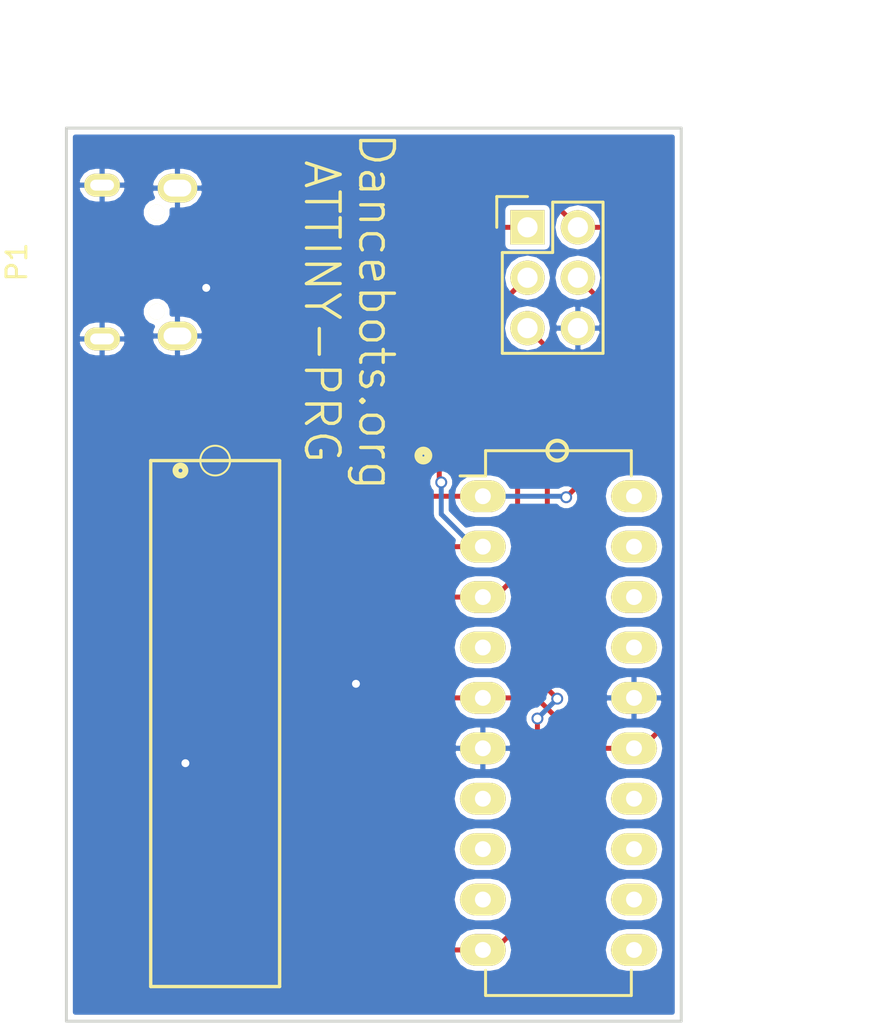
<source format=kicad_pcb>
(kicad_pcb (version 4) (host pcbnew 4.0.2+dfsg1-stable)

  (general
    (links 22)
    (no_connects 0)
    (area 137.375 68.9 185.75 120.075001)
    (thickness 1.6)
    (drawings 14)
    (tracks 76)
    (zones 0)
    (modules 4)
    (nets 34)
  )

  (page A4)
  (layers
    (0 F.Cu signal)
    (31 B.Cu signal)
    (32 B.Adhes user)
    (33 F.Adhes user)
    (34 B.Paste user)
    (35 F.Paste user)
    (36 B.SilkS user)
    (37 F.SilkS user)
    (38 B.Mask user)
    (39 F.Mask user)
    (40 Dwgs.User user)
    (41 Cmts.User user)
    (42 Eco1.User user)
    (43 Eco2.User user)
    (44 Edge.Cuts user)
    (45 Margin user)
    (46 B.CrtYd user)
    (47 F.CrtYd user)
    (48 B.Fab user)
    (49 F.Fab user)
  )

  (setup
    (last_trace_width 0.25)
    (trace_clearance 0.2)
    (zone_clearance 0.25)
    (zone_45_only no)
    (trace_min 0.2)
    (segment_width 0.2)
    (edge_width 0.15)
    (via_size 0.6)
    (via_drill 0.4)
    (via_min_size 0.4)
    (via_min_drill 0.3)
    (uvia_size 0.3)
    (uvia_drill 0.1)
    (uvias_allowed no)
    (uvia_min_size 0.2)
    (uvia_min_drill 0.1)
    (pcb_text_width 0.3)
    (pcb_text_size 1.5 1.5)
    (mod_edge_width 0.15)
    (mod_text_size 1 1)
    (mod_text_width 0.15)
    (pad_size 1.25 1.05)
    (pad_drill 0.85)
    (pad_to_mask_clearance 0.2)
    (aux_axis_origin 141 120)
    (grid_origin 141 120)
    (visible_elements FFFFFF7F)
    (pcbplotparams
      (layerselection 0x011f0_80000001)
      (usegerberextensions false)
      (excludeedgelayer false)
      (linewidth 0.100000)
      (plotframeref false)
      (viasonmask false)
      (mode 1)
      (useauxorigin true)
      (hpglpennumber 1)
      (hpglpenspeed 20)
      (hpglpendiameter 15)
      (hpglpenoverlay 2)
      (psnegative false)
      (psa4output false)
      (plotreference false)
      (plotvalue true)
      (plotinvisibletext false)
      (padsonsilk false)
      (subtractmaskfromsilk false)
      (outputformat 1)
      (mirror false)
      (drillshape 0)
      (scaleselection 1)
      (outputdirectory gerber/))
  )

  (net 0 "")
  (net 1 GND)
  (net 2 +5V)
  (net 3 "Net-(P1-Pad2)")
  (net 4 "Net-(P1-Pad3)")
  (net 5 "Net-(P1-Pad4)")
  (net 6 /MOSI)
  (net 7 /MISO)
  (net 8 /SCK)
  (net 9 "Net-(P2-Pad4)")
  (net 10 "Net-(P2-Pad7)")
  (net 11 "Net-(P2-Pad8)")
  (net 12 "Net-(P2-Pad9)")
  (net 13 /RST)
  (net 14 "Net-(P2-Pad11)")
  (net 15 "Net-(P2-Pad12)")
  (net 16 "Net-(P2-Pad13)")
  (net 17 "Net-(P2-Pad14)")
  (net 18 "Net-(P2-Pad17)")
  (net 19 "Net-(P2-Pad18)")
  (net 20 "Net-(P2-Pad19)")
  (net 21 "Net-(P2-Pad20)")
  (net 22 "Net-(P4-Pad4)")
  (net 23 "Net-(P4-Pad7)")
  (net 24 "Net-(P4-Pad8)")
  (net 25 "Net-(P4-Pad9)")
  (net 26 "Net-(P4-Pad11)")
  (net 27 "Net-(P4-Pad12)")
  (net 28 "Net-(P4-Pad13)")
  (net 29 "Net-(P4-Pad14)")
  (net 30 "Net-(P4-Pad17)")
  (net 31 "Net-(P4-Pad18)")
  (net 32 "Net-(P4-Pad19)")
  (net 33 "Net-(P4-Pad20)")

  (net_class Default "This is the default net class."
    (clearance 0.2)
    (trace_width 0.25)
    (via_dia 0.6)
    (via_drill 0.4)
    (uvia_dia 0.3)
    (uvia_drill 0.1)
    (add_net +5V)
    (add_net /MISO)
    (add_net /MOSI)
    (add_net /RST)
    (add_net /SCK)
    (add_net GND)
    (add_net "Net-(P1-Pad2)")
    (add_net "Net-(P1-Pad3)")
    (add_net "Net-(P1-Pad4)")
    (add_net "Net-(P2-Pad11)")
    (add_net "Net-(P2-Pad12)")
    (add_net "Net-(P2-Pad13)")
    (add_net "Net-(P2-Pad14)")
    (add_net "Net-(P2-Pad17)")
    (add_net "Net-(P2-Pad18)")
    (add_net "Net-(P2-Pad19)")
    (add_net "Net-(P2-Pad20)")
    (add_net "Net-(P2-Pad4)")
    (add_net "Net-(P2-Pad7)")
    (add_net "Net-(P2-Pad8)")
    (add_net "Net-(P2-Pad9)")
    (add_net "Net-(P4-Pad11)")
    (add_net "Net-(P4-Pad12)")
    (add_net "Net-(P4-Pad13)")
    (add_net "Net-(P4-Pad14)")
    (add_net "Net-(P4-Pad17)")
    (add_net "Net-(P4-Pad18)")
    (add_net "Net-(P4-Pad19)")
    (add_net "Net-(P4-Pad20)")
    (add_net "Net-(P4-Pad4)")
    (add_net "Net-(P4-Pad7)")
    (add_net "Net-(P4-Pad8)")
    (add_net "Net-(P4-Pad9)")
  )

  (module Housings_DIP:DIP-20_W7.62mm_LongPads (layer F.Cu) (tedit 59B6B990) (tstamp 59B8DD90)
    (at 162 93.55)
    (descr "20-lead dip package, row spacing 7.62 mm (300 mils), longer pads")
    (tags "dil dip 2.54 300")
    (path /59B6880D)
    (fp_text reference P2 (at 0 -5.22) (layer F.SilkS) hide
      (effects (font (size 1 1) (thickness 0.15)))
    )
    (fp_text value CONN_02X10 (at 0 -3.72) (layer F.Fab) hide
      (effects (font (size 1 1) (thickness 0.15)))
    )
    (fp_line (start -1.4 -2.45) (end -1.4 25.35) (layer F.CrtYd) (width 0.05))
    (fp_line (start 9 -2.45) (end 9 25.35) (layer F.CrtYd) (width 0.05))
    (fp_line (start -1.4 -2.45) (end 9 -2.45) (layer F.CrtYd) (width 0.05))
    (fp_line (start -1.4 25.35) (end 9 25.35) (layer F.CrtYd) (width 0.05))
    (fp_line (start 0.135 -2.295) (end 0.135 -1.025) (layer F.SilkS) (width 0.15))
    (fp_line (start 7.485 -2.295) (end 7.485 -1.025) (layer F.SilkS) (width 0.15))
    (fp_line (start 7.485 25.155) (end 7.485 23.885) (layer F.SilkS) (width 0.15))
    (fp_line (start 0.135 25.155) (end 0.135 23.885) (layer F.SilkS) (width 0.15))
    (fp_line (start 0.135 -2.295) (end 7.485 -2.295) (layer F.SilkS) (width 0.15))
    (fp_line (start 0.135 25.155) (end 7.485 25.155) (layer F.SilkS) (width 0.15))
    (fp_line (start 0.135 -1.025) (end -1.15 -1.025) (layer F.SilkS) (width 0.15))
    (pad 1 thru_hole oval (at 0 0) (size 2.3 1.6) (drill 0.8) (layers *.Cu *.Mask F.SilkS)
      (net 6 /MOSI))
    (pad 2 thru_hole oval (at 0 2.54) (size 2.3 1.6) (drill 0.8) (layers *.Cu *.Mask F.SilkS)
      (net 7 /MISO))
    (pad 3 thru_hole oval (at 0 5.08) (size 2.3 1.6) (drill 0.8) (layers *.Cu *.Mask F.SilkS)
      (net 8 /SCK))
    (pad 4 thru_hole oval (at 0 7.62) (size 2.3 1.6) (drill 0.8) (layers *.Cu *.Mask F.SilkS)
      (net 9 "Net-(P2-Pad4)"))
    (pad 5 thru_hole oval (at 0 10.16) (size 2.3 1.6) (drill 0.8) (layers *.Cu *.Mask F.SilkS)
      (net 2 +5V))
    (pad 6 thru_hole oval (at 0 12.7) (size 2.3 1.6) (drill 0.8) (layers *.Cu *.Mask F.SilkS)
      (net 1 GND))
    (pad 7 thru_hole oval (at 0 15.24) (size 2.3 1.6) (drill 0.8) (layers *.Cu *.Mask F.SilkS)
      (net 10 "Net-(P2-Pad7)"))
    (pad 8 thru_hole oval (at 0 17.78) (size 2.3 1.6) (drill 0.8) (layers *.Cu *.Mask F.SilkS)
      (net 11 "Net-(P2-Pad8)"))
    (pad 9 thru_hole oval (at 0 20.32) (size 2.3 1.6) (drill 0.8) (layers *.Cu *.Mask F.SilkS)
      (net 12 "Net-(P2-Pad9)"))
    (pad 10 thru_hole oval (at 0 22.86) (size 2.3 1.6) (drill 0.8) (layers *.Cu *.Mask F.SilkS)
      (net 13 /RST))
    (pad 11 thru_hole oval (at 7.62 22.86) (size 2.3 1.6) (drill 0.8) (layers *.Cu *.Mask F.SilkS)
      (net 14 "Net-(P2-Pad11)"))
    (pad 12 thru_hole oval (at 7.62 20.32) (size 2.3 1.6) (drill 0.8) (layers *.Cu *.Mask F.SilkS)
      (net 15 "Net-(P2-Pad12)"))
    (pad 13 thru_hole oval (at 7.62 17.78) (size 2.3 1.6) (drill 0.8) (layers *.Cu *.Mask F.SilkS)
      (net 16 "Net-(P2-Pad13)"))
    (pad 14 thru_hole oval (at 7.62 15.24) (size 2.3 1.6) (drill 0.8) (layers *.Cu *.Mask F.SilkS)
      (net 17 "Net-(P2-Pad14)"))
    (pad 15 thru_hole oval (at 7.62 12.7) (size 2.3 1.6) (drill 0.8) (layers *.Cu *.Mask F.SilkS)
      (net 2 +5V))
    (pad 16 thru_hole oval (at 7.62 10.16) (size 2.3 1.6) (drill 0.8) (layers *.Cu *.Mask F.SilkS)
      (net 1 GND))
    (pad 17 thru_hole oval (at 7.62 7.62) (size 2.3 1.6) (drill 0.8) (layers *.Cu *.Mask F.SilkS)
      (net 18 "Net-(P2-Pad17)"))
    (pad 18 thru_hole oval (at 7.62 5.08) (size 2.3 1.6) (drill 0.8) (layers *.Cu *.Mask F.SilkS)
      (net 19 "Net-(P2-Pad18)"))
    (pad 19 thru_hole oval (at 7.62 2.54) (size 2.3 1.6) (drill 0.8) (layers *.Cu *.Mask F.SilkS)
      (net 20 "Net-(P2-Pad19)"))
    (pad 20 thru_hole oval (at 7.62 0) (size 2.3 1.6) (drill 0.8) (layers *.Cu *.Mask F.SilkS)
      (net 21 "Net-(P2-Pad20)"))
    (model Housings_DIP.3dshapes/DIP-20_W7.62mm_LongPads.wrl
      (at (xyz 0 0 0))
      (scale (xyz 1 1 1))
      (rotate (xyz 0 0 0))
    )
  )

  (module Pin_Headers:Pin_Header_Straight_2x03 (layer F.Cu) (tedit 59B6B98C) (tstamp 59B8DDA7)
    (at 164.25 80)
    (descr "Through hole pin header")
    (tags "pin header")
    (path /59B68772)
    (fp_text reference P3 (at 0 -5.1) (layer F.SilkS) hide
      (effects (font (size 1 1) (thickness 0.15)))
    )
    (fp_text value ISP (at 0 -3.1) (layer F.Fab)
      (effects (font (size 1 1) (thickness 0.15)))
    )
    (fp_line (start -1.27 1.27) (end -1.27 6.35) (layer F.SilkS) (width 0.15))
    (fp_line (start -1.55 -1.55) (end 0 -1.55) (layer F.SilkS) (width 0.15))
    (fp_line (start -1.75 -1.75) (end -1.75 6.85) (layer F.CrtYd) (width 0.05))
    (fp_line (start 4.3 -1.75) (end 4.3 6.85) (layer F.CrtYd) (width 0.05))
    (fp_line (start -1.75 -1.75) (end 4.3 -1.75) (layer F.CrtYd) (width 0.05))
    (fp_line (start -1.75 6.85) (end 4.3 6.85) (layer F.CrtYd) (width 0.05))
    (fp_line (start 1.27 -1.27) (end 1.27 1.27) (layer F.SilkS) (width 0.15))
    (fp_line (start 1.27 1.27) (end -1.27 1.27) (layer F.SilkS) (width 0.15))
    (fp_line (start -1.27 6.35) (end 3.81 6.35) (layer F.SilkS) (width 0.15))
    (fp_line (start 3.81 6.35) (end 3.81 1.27) (layer F.SilkS) (width 0.15))
    (fp_line (start -1.55 -1.55) (end -1.55 0) (layer F.SilkS) (width 0.15))
    (fp_line (start 3.81 -1.27) (end 1.27 -1.27) (layer F.SilkS) (width 0.15))
    (fp_line (start 3.81 1.27) (end 3.81 -1.27) (layer F.SilkS) (width 0.15))
    (pad 1 thru_hole rect (at 0 0) (size 1.7272 1.7272) (drill 1.016) (layers *.Cu *.Mask F.SilkS)
      (net 7 /MISO))
    (pad 2 thru_hole oval (at 2.54 0) (size 1.7272 1.7272) (drill 1.016) (layers *.Cu *.Mask F.SilkS)
      (net 2 +5V))
    (pad 3 thru_hole oval (at 0 2.54) (size 1.7272 1.7272) (drill 1.016) (layers *.Cu *.Mask F.SilkS)
      (net 8 /SCK))
    (pad 4 thru_hole oval (at 2.54 2.54) (size 1.7272 1.7272) (drill 1.016) (layers *.Cu *.Mask F.SilkS)
      (net 6 /MOSI))
    (pad 5 thru_hole oval (at 0 5.08) (size 1.7272 1.7272) (drill 1.016) (layers *.Cu *.Mask F.SilkS)
      (net 13 /RST))
    (pad 6 thru_hole oval (at 2.54 5.08) (size 1.7272 1.7272) (drill 1.016) (layers *.Cu *.Mask F.SilkS)
      (net 1 GND))
    (model Pin_Headers.3dshapes/Pin_Header_Straight_2x03.wrl
      (at (xyz 0.05 -0.1 0))
      (scale (xyz 1 1 1))
      (rotate (xyz 0 0 90))
    )
  )

  (module library:DIP-20-ProgPads (layer F.Cu) (tedit 59B6B994) (tstamp 59B8DDC5)
    (at 148.5011 105.0036)
    (path /59B6885C)
    (fp_text reference P4 (at 0 14) (layer F.SilkS) hide
      (effects (font (size 1 1) (thickness 0.15)))
    )
    (fp_text value CONN_02X10 (at 0 -14) (layer F.Fab) hide
      (effects (font (size 1 1) (thickness 0.15)))
    )
    (fp_circle (center 0 -13.25) (end 0.75 -13.25) (layer F.SilkS) (width 0.1))
    (fp_circle (center -1.75 -12.75) (end -1.75 -12.5) (layer F.SilkS) (width 0.3))
    (fp_line (start -3.25 -13.25) (end 3.25 -13.25) (layer F.SilkS) (width 0.17))
    (fp_line (start 3.25 -13.25) (end 3.25 13.25) (layer F.SilkS) (width 0.17))
    (fp_line (start 3.25 13.25) (end -3.25 13.25) (layer F.SilkS) (width 0.17))
    (fp_line (start -3.25 13.25) (end -3.25 -13.25) (layer F.SilkS) (width 0.17))
    (pad 1 smd oval (at -4.25 -11.43) (size 4 1.8) (layers F.Cu F.Paste F.Mask)
      (net 6 /MOSI))
    (pad 2 smd oval (at -4.25 -8.89) (size 4 1.8) (layers F.Cu F.Paste F.Mask)
      (net 7 /MISO))
    (pad 3 smd oval (at -4.25 -6.35) (size 4 1.8) (layers F.Cu F.Paste F.Mask)
      (net 8 /SCK))
    (pad 4 smd oval (at -4.25 -3.81) (size 4 1.8) (layers F.Cu F.Paste F.Mask)
      (net 22 "Net-(P4-Pad4)"))
    (pad 5 smd oval (at -4.25 -1.27) (size 4 1.8) (layers F.Cu F.Paste F.Mask)
      (net 2 +5V))
    (pad 6 smd oval (at -4.25 1.27) (size 4 1.8) (layers F.Cu F.Paste F.Mask)
      (net 1 GND))
    (pad 7 smd oval (at -4.25 3.81) (size 4 1.8) (layers F.Cu F.Paste F.Mask)
      (net 23 "Net-(P4-Pad7)"))
    (pad 8 smd oval (at -4.25 6.35) (size 4 1.8) (layers F.Cu F.Paste F.Mask)
      (net 24 "Net-(P4-Pad8)"))
    (pad 9 smd oval (at -4.25 8.89) (size 4 1.8) (layers F.Cu F.Paste F.Mask)
      (net 25 "Net-(P4-Pad9)"))
    (pad 10 smd oval (at -4.25 11.43) (size 4 1.8) (layers F.Cu F.Paste F.Mask)
      (net 13 /RST))
    (pad 11 smd oval (at 4.25 11.43) (size 4 1.8) (layers F.Cu F.Paste F.Mask)
      (net 26 "Net-(P4-Pad11)"))
    (pad 12 smd oval (at 4.25 8.89) (size 4 1.8) (layers F.Cu F.Paste F.Mask)
      (net 27 "Net-(P4-Pad12)"))
    (pad 13 smd oval (at 4.25 6.35) (size 4 1.8) (layers F.Cu F.Paste F.Mask)
      (net 28 "Net-(P4-Pad13)"))
    (pad 14 smd oval (at 4.25 3.81) (size 4 1.8) (layers F.Cu F.Paste F.Mask)
      (net 29 "Net-(P4-Pad14)"))
    (pad 15 smd oval (at 4.25 1.27) (size 4 1.8) (layers F.Cu F.Paste F.Mask)
      (net 2 +5V))
    (pad 16 smd oval (at 4.25 -1.27) (size 4 1.8) (layers F.Cu F.Paste F.Mask)
      (net 1 GND))
    (pad 17 smd oval (at 4.25 -3.81) (size 4 1.8) (layers F.Cu F.Paste F.Mask)
      (net 30 "Net-(P4-Pad17)"))
    (pad 18 smd oval (at 4.25 -6.35) (size 4 1.8) (layers F.Cu F.Paste F.Mask)
      (net 31 "Net-(P4-Pad18)"))
    (pad 19 smd oval (at 4.25 -8.89) (size 4 1.8) (layers F.Cu F.Paste F.Mask)
      (net 32 "Net-(P4-Pad19)"))
    (pad 20 smd oval (at 4.25 -11.43) (size 4 1.8) (layers F.Cu F.Paste F.Mask)
      (net 33 "Net-(P4-Pad20)"))
  )

  (module library:Wuerth-629105150521-MicroUSB (layer F.Cu) (tedit 59B78B16) (tstamp 59B8DD6D)
    (at 141 81.75 270)
    (path /59B688DE)
    (fp_text reference P1 (at 0 2.5 270) (layer F.SilkS)
      (effects (font (size 1 1) (thickness 0.15)))
    )
    (fp_text value USB_OTG (at 0 -7.75 270) (layer F.Fab) hide
      (effects (font (size 1 1) (thickness 0.15)))
    )
    (fp_line (start 3.75 0.5) (end 3.75 0) (layer F.CrtYd) (width 0.1))
    (fp_line (start -3.75 0.5) (end -3.75 0) (layer F.CrtYd) (width 0.1))
    (fp_line (start -3.7 0.6) (end 3.7 0.6) (layer F.CrtYd) (width 0.1))
    (fp_line (start -4 0) (end 4 0) (layer F.CrtYd) (width 0.1))
    (fp_line (start 4 0) (end 4 -6) (layer F.CrtYd) (width 0.1))
    (fp_line (start 4 -6) (end -4 -6) (layer F.CrtYd) (width 0.1))
    (fp_line (start -4 -6) (end -4 0) (layer F.CrtYd) (width 0.1))
    (pad "" np_thru_hole circle (at 2.5 -4.55 270) (size 0.8 0.8) (drill 0.8) (layers *.Cu *.Mask F.SilkS))
    (pad 6 thru_hole oval (at 3.875 -1.8 270) (size 1.15 1.8) (drill oval 0.55 1.2) (layers *.Cu *.Mask F.SilkS)
      (net 1 GND))
    (pad 6 thru_hole oval (at -3.875 -1.8 270) (size 1.15 1.8) (drill oval 0.55 1.2) (layers *.Cu *.Mask F.SilkS)
      (net 1 GND))
    (pad 6 thru_hole oval (at 3.725 -5.6 270) (size 1.45 2) (drill oval 0.85 1.4) (layers *.Cu *.Mask F.SilkS)
      (net 1 GND))
    (pad 6 thru_hole oval (at -3.725 -5.6 270) (size 1.45 2) (drill oval 0.85 1.4) (layers *.Cu *.Mask F.SilkS)
      (net 1 GND))
    (pad "" np_thru_hole circle (at -2.5 -4.55 270) (size 0.8 0.8) (drill 0.8) (layers *.Cu *.Mask F.SilkS))
    (pad 1 smd rect (at -1.3 -5.65 270) (size 0.45 1.3) (layers F.Cu F.Paste F.Mask)
      (net 2 +5V))
    (pad 2 smd rect (at -0.65 -5.65 270) (size 0.45 1.3) (layers F.Cu F.Paste F.Mask)
      (net 3 "Net-(P1-Pad2)"))
    (pad 3 smd rect (at 0 -5.65 270) (size 0.45 1.3) (layers F.Cu F.Paste F.Mask)
      (net 4 "Net-(P1-Pad3)"))
    (pad 4 smd rect (at 0.65 -5.65 270) (size 0.45 1.3) (layers F.Cu F.Paste F.Mask)
      (net 5 "Net-(P1-Pad4)"))
    (pad 5 smd rect (at 1.3 -5.65 270) (size 0.45 1.3) (layers F.Cu F.Paste F.Mask)
      (net 1 GND))
  )

  (gr_text "Dancebots.org\nATTINY-PRG" (at 155.25 84.25 270) (layer F.SilkS)
    (effects (font (size 1.7 1.7) (thickness 0.17)))
  )
  (dimension 31 (width 0.3) (layer Dwgs.User)
    (gr_text "31.000 mm" (at 156.5 70.4) (layer Dwgs.User)
      (effects (font (size 1.5 1.5) (thickness 0.3)))
    )
    (feature1 (pts (xy 172 75) (xy 172 69.05)))
    (feature2 (pts (xy 141 75) (xy 141 69.05)))
    (crossbar (pts (xy 141 71.75) (xy 172 71.75)))
    (arrow1a (pts (xy 172 71.75) (xy 170.873496 72.336421)))
    (arrow1b (pts (xy 172 71.75) (xy 170.873496 71.163579)))
    (arrow2a (pts (xy 141 71.75) (xy 142.126504 72.336421)))
    (arrow2b (pts (xy 141 71.75) (xy 142.126504 71.163579)))
  )
  (dimension 45 (width 0.3) (layer Dwgs.User)
    (gr_text "45.000 mm" (at 179.1 97.5 270) (layer Dwgs.User)
      (effects (font (size 1.5 1.5) (thickness 0.3)))
    )
    (feature1 (pts (xy 172 120) (xy 180.45 120)))
    (feature2 (pts (xy 172 75) (xy 180.45 75)))
    (crossbar (pts (xy 177.75 75) (xy 177.75 120)))
    (arrow1a (pts (xy 177.75 120) (xy 177.163579 118.873496)))
    (arrow1b (pts (xy 177.75 120) (xy 178.336421 118.873496)))
    (arrow2a (pts (xy 177.75 75) (xy 177.163579 76.126504)))
    (arrow2b (pts (xy 177.75 75) (xy 178.336421 76.126504)))
  )
  (gr_line (start 160.5 87.5) (end 160.5 77.5) (angle 90) (layer F.CrtYd) (width 0.2))
  (gr_line (start 160.75 87.5) (end 160.5 87.5) (angle 90) (layer F.CrtYd) (width 0.2))
  (gr_line (start 170.5 87.5) (end 160.75 87.5) (angle 90) (layer F.CrtYd) (width 0.2))
  (gr_line (start 170.5 77.5) (end 170.5 87.5) (angle 90) (layer F.CrtYd) (width 0.2))
  (gr_line (start 160.5 77.5) (end 170.5 77.5) (angle 90) (layer F.CrtYd) (width 0.2))
  (gr_line (start 141 120) (end 141 75) (angle 90) (layer Edge.Cuts) (width 0.15))
  (gr_line (start 172 120) (end 141 120) (angle 90) (layer Edge.Cuts) (width 0.15))
  (gr_line (start 172 75) (end 172 120) (angle 90) (layer Edge.Cuts) (width 0.15))
  (gr_line (start 141 75) (end 172 75) (angle 90) (layer Edge.Cuts) (width 0.15))
  (gr_circle (center 165.75 91.25) (end 166.25 91.25) (layer F.SilkS) (width 0.2))
  (gr_circle (center 159 91.5) (end 159 91.75) (layer F.SilkS) (width 0.4))

  (segment (start 146.65 83.05) (end 148.05 83.05) (width 0.25) (layer F.Cu) (net 1))
  (via (at 148.05 83.05) (size 0.6) (drill 0.4) (layers F.Cu B.Cu) (net 1))
  (segment (start 152.7511 103.7336) (end 154.8664 103.7336) (width 0.25) (layer F.Cu) (net 1))
  (via (at 155.6 103) (size 0.6) (drill 0.4) (layers F.Cu B.Cu) (net 1))
  (segment (start 154.8664 103.7336) (end 155.6 103) (width 0.25) (layer F.Cu) (net 1) (tstamp 59B8E057))
  (segment (start 144.2511 106.2736) (end 146.2736 106.2736) (width 0.25) (layer F.Cu) (net 1))
  (via (at 147 107) (size 0.6) (drill 0.4) (layers F.Cu B.Cu) (net 1))
  (segment (start 146.2736 106.2736) (end 147 107) (width 0.25) (layer F.Cu) (net 1) (tstamp 59B8E053))
  (segment (start 146.65 80.45) (end 156.65 80.45) (width 0.25) (layer F.Cu) (net 2))
  (segment (start 164.29 77.5) (end 166.79 80) (width 0.25) (layer F.Cu) (net 2) (tstamp 59B936F8))
  (segment (start 159.6 77.5) (end 164.29 77.5) (width 0.25) (layer F.Cu) (net 2) (tstamp 59B936F6))
  (segment (start 156.65 80.45) (end 159.6 77.5) (width 0.25) (layer F.Cu) (net 2) (tstamp 59B936F4))
  (segment (start 152.7511 106.2736) (end 150.2736 106.2736) (width 0.25) (layer F.Cu) (net 2))
  (segment (start 147.7336 103.7336) (end 144.2511 103.7336) (width 0.25) (layer F.Cu) (net 2) (tstamp 59B8DFED))
  (segment (start 150.2736 106.2736) (end 147.7336 103.7336) (width 0.25) (layer F.Cu) (net 2) (tstamp 59B8DFEB))
  (segment (start 162 103.71) (end 159.29 103.71) (width 0.25) (layer F.Cu) (net 2))
  (segment (start 156.7264 106.2736) (end 152.7511 106.2736) (width 0.25) (layer F.Cu) (net 2) (tstamp 59B8DFE7))
  (segment (start 159.29 103.71) (end 156.7264 106.2736) (width 0.25) (layer F.Cu) (net 2) (tstamp 59B8DFE5))
  (segment (start 169.62 106.25) (end 167.25 106.25) (width 0.25) (layer F.Cu) (net 2))
  (segment (start 164.71 103.71) (end 162 103.71) (width 0.25) (layer F.Cu) (net 2) (tstamp 59B8DFE1))
  (segment (start 167.25 106.25) (end 164.71 103.71) (width 0.25) (layer F.Cu) (net 2) (tstamp 59B8DFDF))
  (segment (start 166.79 80) (end 169.75 80) (width 0.25) (layer F.Cu) (net 2))
  (segment (start 171.5 104.75) (end 170 106.25) (width 0.25) (layer F.Cu) (net 2) (tstamp 59B8DFDB))
  (segment (start 171.5 81.75) (end 171.5 104.75) (width 0.25) (layer F.Cu) (net 2) (tstamp 59B8DFD9))
  (segment (start 169.75 80) (end 171.5 81.75) (width 0.25) (layer F.Cu) (net 2) (tstamp 59B8DFD7))
  (segment (start 170 106.25) (end 169.62 106.25) (width 0.25) (layer F.Cu) (net 2) (tstamp 59B8DFDC))
  (segment (start 162 93.55) (end 166.15 93.55) (width 0.25) (layer B.Cu) (net 6))
  (segment (start 168.4 84.15) (end 166.79 82.54) (width 0.25) (layer F.Cu) (net 6) (tstamp 59B8E042))
  (segment (start 168.4 91.4) (end 168.4 84.15) (width 0.25) (layer F.Cu) (net 6) (tstamp 59B8E040))
  (segment (start 166.2 93.6) (end 168.4 91.4) (width 0.25) (layer F.Cu) (net 6) (tstamp 59B8E03F))
  (via (at 166.2 93.6) (size 0.6) (drill 0.4) (layers F.Cu B.Cu) (net 6))
  (segment (start 166.15 93.55) (end 166.2 93.6) (width 0.25) (layer B.Cu) (net 6) (tstamp 59B8E03D))
  (segment (start 162 93.55) (end 156.75 93.55) (width 0.25) (layer F.Cu) (net 6))
  (segment (start 147.2264 93.5736) (end 144.2511 93.5736) (width 0.25) (layer F.Cu) (net 6) (tstamp 59B8E037))
  (segment (start 148.6 92.2) (end 147.2264 93.5736) (width 0.25) (layer F.Cu) (net 6) (tstamp 59B8E035))
  (segment (start 155.4 92.2) (end 148.6 92.2) (width 0.25) (layer F.Cu) (net 6) (tstamp 59B8E033))
  (segment (start 156.75 93.55) (end 155.4 92.2) (width 0.25) (layer F.Cu) (net 6) (tstamp 59B8E031))
  (segment (start 162 96.09) (end 161.54 96.09) (width 0.25) (layer B.Cu) (net 7))
  (segment (start 161.54 96.09) (end 159.9 94.45) (width 0.25) (layer B.Cu) (net 7) (tstamp 59B8E079))
  (segment (start 161.95 80) (end 164.25 80) (width 0.25) (layer F.Cu) (net 7) (tstamp 59B8E083))
  (segment (start 159.8 82.15) (end 161.95 80) (width 0.25) (layer F.Cu) (net 7) (tstamp 59B8E07F))
  (segment (start 159.8 92.75) (end 159.8 82.15) (width 0.25) (layer F.Cu) (net 7) (tstamp 59B8E07E))
  (segment (start 159.9 92.85) (end 159.8 92.75) (width 0.25) (layer F.Cu) (net 7) (tstamp 59B8E07D))
  (via (at 159.9 92.85) (size 0.6) (drill 0.4) (layers F.Cu B.Cu) (net 7))
  (segment (start 159.9 94.45) (end 159.9 92.85) (width 0.25) (layer B.Cu) (net 7) (tstamp 59B8E07A))
  (segment (start 162 96.09) (end 155.99 96.09) (width 0.25) (layer F.Cu) (net 7))
  (segment (start 147.5364 96.1136) (end 144.2511 96.1136) (width 0.25) (layer F.Cu) (net 7) (tstamp 59B8E06A))
  (segment (start 148.8 94.85) (end 147.5364 96.1136) (width 0.25) (layer F.Cu) (net 7) (tstamp 59B8E068))
  (segment (start 154.75 94.85) (end 148.8 94.85) (width 0.25) (layer F.Cu) (net 7) (tstamp 59B8E066))
  (segment (start 155.99 96.09) (end 154.75 94.85) (width 0.25) (layer F.Cu) (net 7) (tstamp 59B8E062))
  (segment (start 144.2511 98.6536) (end 148.1964 98.6536) (width 0.25) (layer F.Cu) (net 8))
  (segment (start 159.48 98.63) (end 162 98.63) (width 0.25) (layer F.Cu) (net 8) (tstamp 59B8E075))
  (segment (start 158.25 97.4) (end 159.48 98.63) (width 0.25) (layer F.Cu) (net 8) (tstamp 59B8E073))
  (segment (start 149.45 97.4) (end 158.25 97.4) (width 0.25) (layer F.Cu) (net 8) (tstamp 59B8E071))
  (segment (start 148.1964 98.6536) (end 149.45 97.4) (width 0.25) (layer F.Cu) (net 8) (tstamp 59B8E06F))
  (segment (start 164.25 82.54) (end 164.21 82.54) (width 0.25) (layer F.Cu) (net 8))
  (segment (start 164.21 82.54) (end 162.75 84) (width 0.25) (layer F.Cu) (net 8) (tstamp 59B8E012))
  (segment (start 162.75 84) (end 162.75 92) (width 0.25) (layer F.Cu) (net 8) (tstamp 59B8E013))
  (segment (start 162.75 92) (end 163.75 93) (width 0.25) (layer F.Cu) (net 8) (tstamp 59B8E015))
  (segment (start 163.75 93) (end 163.75 97.5) (width 0.25) (layer F.Cu) (net 8) (tstamp 59B8E017))
  (segment (start 163.75 97.5) (end 162.62 98.63) (width 0.25) (layer F.Cu) (net 8) (tstamp 59B8E019))
  (segment (start 162.62 98.63) (end 162 98.63) (width 0.25) (layer F.Cu) (net 8) (tstamp 59B8E01B))
  (segment (start 162 116.41) (end 162.59 116.41) (width 0.25) (layer F.Cu) (net 13))
  (segment (start 162.59 116.41) (end 164.75 114.25) (width 0.25) (layer F.Cu) (net 13) (tstamp 59B8E005))
  (segment (start 165.25 86.08) (end 164.25 85.08) (width 0.25) (layer F.Cu) (net 13) (tstamp 59B8E00E))
  (segment (start 165.25 103.25) (end 165.25 86.08) (width 0.25) (layer F.Cu) (net 13) (tstamp 59B8E00D))
  (segment (start 165.75 103.75) (end 165.25 103.25) (width 0.25) (layer F.Cu) (net 13) (tstamp 59B8E00C))
  (via (at 165.75 103.75) (size 0.6) (drill 0.4) (layers F.Cu B.Cu) (net 13))
  (segment (start 164.75 104.75) (end 165.75 103.75) (width 0.25) (layer B.Cu) (net 13) (tstamp 59B8E009))
  (via (at 164.75 104.75) (size 0.6) (drill 0.4) (layers F.Cu B.Cu) (net 13))
  (segment (start 164.75 114.25) (end 164.75 104.75) (width 0.25) (layer F.Cu) (net 13) (tstamp 59B8E006))
  (segment (start 162 116.41) (end 158.09 116.41) (width 0.25) (layer F.Cu) (net 13))
  (segment (start 144.2511 118.0011) (end 144.2511 116.4336) (width 0.25) (layer F.Cu) (net 13) (tstamp 59B8DFF6))
  (segment (start 145 118.75) (end 144.2511 118.0011) (width 0.25) (layer F.Cu) (net 13) (tstamp 59B8DFF5))
  (segment (start 155.75 118.75) (end 145 118.75) (width 0.25) (layer F.Cu) (net 13) (tstamp 59B8DFF3))
  (segment (start 158.09 116.41) (end 155.75 118.75) (width 0.25) (layer F.Cu) (net 13) (tstamp 59B8DFF1))

  (zone (net 1) (net_name GND) (layer B.Cu) (tstamp 59B8E05C) (hatch edge 0.508)
    (connect_pads (clearance 0.25))
    (min_thickness 0.25)
    (fill yes (arc_segments 16) (thermal_gap 0.25) (thermal_bridge_width 0.26))
    (polygon
      (pts
        (xy 172 120) (xy 141 120) (xy 141 75) (xy 172 75) (xy 172 120)
      )
    )
    (filled_polygon
      (pts
        (xy 171.55 119.55) (xy 141.45 119.55) (xy 141.45 116.41) (xy 160.445123 116.41) (xy 160.534565 116.859653)
        (xy 160.789273 117.24085) (xy 161.17047 117.495558) (xy 161.620123 117.585) (xy 162.379877 117.585) (xy 162.82953 117.495558)
        (xy 163.210727 117.24085) (xy 163.465435 116.859653) (xy 163.554877 116.41) (xy 168.065123 116.41) (xy 168.154565 116.859653)
        (xy 168.409273 117.24085) (xy 168.79047 117.495558) (xy 169.240123 117.585) (xy 169.999877 117.585) (xy 170.44953 117.495558)
        (xy 170.830727 117.24085) (xy 171.085435 116.859653) (xy 171.174877 116.41) (xy 171.085435 115.960347) (xy 170.830727 115.57915)
        (xy 170.44953 115.324442) (xy 169.999877 115.235) (xy 169.240123 115.235) (xy 168.79047 115.324442) (xy 168.409273 115.57915)
        (xy 168.154565 115.960347) (xy 168.065123 116.41) (xy 163.554877 116.41) (xy 163.465435 115.960347) (xy 163.210727 115.57915)
        (xy 162.82953 115.324442) (xy 162.379877 115.235) (xy 161.620123 115.235) (xy 161.17047 115.324442) (xy 160.789273 115.57915)
        (xy 160.534565 115.960347) (xy 160.445123 116.41) (xy 141.45 116.41) (xy 141.45 113.87) (xy 160.445123 113.87)
        (xy 160.534565 114.319653) (xy 160.789273 114.70085) (xy 161.17047 114.955558) (xy 161.620123 115.045) (xy 162.379877 115.045)
        (xy 162.82953 114.955558) (xy 163.210727 114.70085) (xy 163.465435 114.319653) (xy 163.554877 113.87) (xy 168.065123 113.87)
        (xy 168.154565 114.319653) (xy 168.409273 114.70085) (xy 168.79047 114.955558) (xy 169.240123 115.045) (xy 169.999877 115.045)
        (xy 170.44953 114.955558) (xy 170.830727 114.70085) (xy 171.085435 114.319653) (xy 171.174877 113.87) (xy 171.085435 113.420347)
        (xy 170.830727 113.03915) (xy 170.44953 112.784442) (xy 169.999877 112.695) (xy 169.240123 112.695) (xy 168.79047 112.784442)
        (xy 168.409273 113.03915) (xy 168.154565 113.420347) (xy 168.065123 113.87) (xy 163.554877 113.87) (xy 163.465435 113.420347)
        (xy 163.210727 113.03915) (xy 162.82953 112.784442) (xy 162.379877 112.695) (xy 161.620123 112.695) (xy 161.17047 112.784442)
        (xy 160.789273 113.03915) (xy 160.534565 113.420347) (xy 160.445123 113.87) (xy 141.45 113.87) (xy 141.45 111.33)
        (xy 160.445123 111.33) (xy 160.534565 111.779653) (xy 160.789273 112.16085) (xy 161.17047 112.415558) (xy 161.620123 112.505)
        (xy 162.379877 112.505) (xy 162.82953 112.415558) (xy 163.210727 112.16085) (xy 163.465435 111.779653) (xy 163.554877 111.33)
        (xy 168.065123 111.33) (xy 168.154565 111.779653) (xy 168.409273 112.16085) (xy 168.79047 112.415558) (xy 169.240123 112.505)
        (xy 169.999877 112.505) (xy 170.44953 112.415558) (xy 170.830727 112.16085) (xy 171.085435 111.779653) (xy 171.174877 111.33)
        (xy 171.085435 110.880347) (xy 170.830727 110.49915) (xy 170.44953 110.244442) (xy 169.999877 110.155) (xy 169.240123 110.155)
        (xy 168.79047 110.244442) (xy 168.409273 110.49915) (xy 168.154565 110.880347) (xy 168.065123 111.33) (xy 163.554877 111.33)
        (xy 163.465435 110.880347) (xy 163.210727 110.49915) (xy 162.82953 110.244442) (xy 162.379877 110.155) (xy 161.620123 110.155)
        (xy 161.17047 110.244442) (xy 160.789273 110.49915) (xy 160.534565 110.880347) (xy 160.445123 111.33) (xy 141.45 111.33)
        (xy 141.45 108.79) (xy 160.445123 108.79) (xy 160.534565 109.239653) (xy 160.789273 109.62085) (xy 161.17047 109.875558)
        (xy 161.620123 109.965) (xy 162.379877 109.965) (xy 162.82953 109.875558) (xy 163.210727 109.62085) (xy 163.465435 109.239653)
        (xy 163.554877 108.79) (xy 168.065123 108.79) (xy 168.154565 109.239653) (xy 168.409273 109.62085) (xy 168.79047 109.875558)
        (xy 169.240123 109.965) (xy 169.999877 109.965) (xy 170.44953 109.875558) (xy 170.830727 109.62085) (xy 171.085435 109.239653)
        (xy 171.174877 108.79) (xy 171.085435 108.340347) (xy 170.830727 107.95915) (xy 170.44953 107.704442) (xy 169.999877 107.615)
        (xy 169.240123 107.615) (xy 168.79047 107.704442) (xy 168.409273 107.95915) (xy 168.154565 108.340347) (xy 168.065123 108.79)
        (xy 163.554877 108.79) (xy 163.465435 108.340347) (xy 163.210727 107.95915) (xy 162.82953 107.704442) (xy 162.379877 107.615)
        (xy 161.620123 107.615) (xy 161.17047 107.704442) (xy 160.789273 107.95915) (xy 160.534565 108.340347) (xy 160.445123 108.79)
        (xy 141.45 108.79) (xy 141.45 106.438747) (xy 160.490259 106.438747) (xy 160.562528 106.695034) (xy 160.815614 107.077315)
        (xy 161.195728 107.333645) (xy 161.645 107.425) (xy 161.995 107.425) (xy 161.995 106.255) (xy 162.005 106.255)
        (xy 162.005 107.425) (xy 162.355 107.425) (xy 162.804272 107.333645) (xy 163.184386 107.077315) (xy 163.437472 106.695034)
        (xy 163.509741 106.438747) (xy 163.431238 106.255) (xy 162.005 106.255) (xy 161.995 106.255) (xy 160.568762 106.255)
        (xy 160.490259 106.438747) (xy 141.45 106.438747) (xy 141.45 106.25) (xy 168.065123 106.25) (xy 168.154565 106.699653)
        (xy 168.409273 107.08085) (xy 168.79047 107.335558) (xy 169.240123 107.425) (xy 169.999877 107.425) (xy 170.44953 107.335558)
        (xy 170.830727 107.08085) (xy 171.085435 106.699653) (xy 171.174877 106.25) (xy 171.085435 105.800347) (xy 170.830727 105.41915)
        (xy 170.44953 105.164442) (xy 169.999877 105.075) (xy 169.240123 105.075) (xy 168.79047 105.164442) (xy 168.409273 105.41915)
        (xy 168.154565 105.800347) (xy 168.065123 106.25) (xy 141.45 106.25) (xy 141.45 106.061253) (xy 160.490259 106.061253)
        (xy 160.568762 106.245) (xy 161.995 106.245) (xy 161.995 105.075) (xy 162.005 105.075) (xy 162.005 106.245)
        (xy 163.431238 106.245) (xy 163.509741 106.061253) (xy 163.437472 105.804966) (xy 163.184386 105.422685) (xy 162.804272 105.166355)
        (xy 162.355 105.075) (xy 162.005 105.075) (xy 161.995 105.075) (xy 161.645 105.075) (xy 161.195728 105.166355)
        (xy 160.815614 105.422685) (xy 160.562528 105.804966) (xy 160.490259 106.061253) (xy 141.45 106.061253) (xy 141.45 103.71)
        (xy 160.445123 103.71) (xy 160.534565 104.159653) (xy 160.789273 104.54085) (xy 161.17047 104.795558) (xy 161.620123 104.885)
        (xy 162.379877 104.885) (xy 162.386528 104.883677) (xy 164.074883 104.883677) (xy 164.177429 105.131857) (xy 164.367144 105.321903)
        (xy 164.615145 105.424883) (xy 164.883677 105.425117) (xy 165.131857 105.322571) (xy 165.321903 105.132856) (xy 165.424883 104.884855)
        (xy 165.424973 104.782134) (xy 165.782078 104.425028) (xy 165.883677 104.425117) (xy 166.131857 104.322571) (xy 166.321903 104.132856)
        (xy 166.419114 103.898747) (xy 168.110259 103.898747) (xy 168.182528 104.155034) (xy 168.435614 104.537315) (xy 168.815728 104.793645)
        (xy 169.265 104.885) (xy 169.615 104.885) (xy 169.615 103.715) (xy 169.625 103.715) (xy 169.625 104.885)
        (xy 169.975 104.885) (xy 170.424272 104.793645) (xy 170.804386 104.537315) (xy 171.057472 104.155034) (xy 171.129741 103.898747)
        (xy 171.051238 103.715) (xy 169.625 103.715) (xy 169.615 103.715) (xy 168.188762 103.715) (xy 168.110259 103.898747)
        (xy 166.419114 103.898747) (xy 166.424883 103.884855) (xy 166.425117 103.616323) (xy 166.385835 103.521253) (xy 168.110259 103.521253)
        (xy 168.188762 103.705) (xy 169.615 103.705) (xy 169.615 102.535) (xy 169.625 102.535) (xy 169.625 103.705)
        (xy 171.051238 103.705) (xy 171.129741 103.521253) (xy 171.057472 103.264966) (xy 170.804386 102.882685) (xy 170.424272 102.626355)
        (xy 169.975 102.535) (xy 169.625 102.535) (xy 169.615 102.535) (xy 169.265 102.535) (xy 168.815728 102.626355)
        (xy 168.435614 102.882685) (xy 168.182528 103.264966) (xy 168.110259 103.521253) (xy 166.385835 103.521253) (xy 166.322571 103.368143)
        (xy 166.132856 103.178097) (xy 165.884855 103.075117) (xy 165.616323 103.074883) (xy 165.368143 103.177429) (xy 165.178097 103.367144)
        (xy 165.075117 103.615145) (xy 165.075027 103.717866) (xy 164.717922 104.074972) (xy 164.616323 104.074883) (xy 164.368143 104.177429)
        (xy 164.178097 104.367144) (xy 164.075117 104.615145) (xy 164.074883 104.883677) (xy 162.386528 104.883677) (xy 162.82953 104.795558)
        (xy 163.210727 104.54085) (xy 163.465435 104.159653) (xy 163.554877 103.71) (xy 163.465435 103.260347) (xy 163.210727 102.87915)
        (xy 162.82953 102.624442) (xy 162.379877 102.535) (xy 161.620123 102.535) (xy 161.17047 102.624442) (xy 160.789273 102.87915)
        (xy 160.534565 103.260347) (xy 160.445123 103.71) (xy 141.45 103.71) (xy 141.45 101.17) (xy 160.445123 101.17)
        (xy 160.534565 101.619653) (xy 160.789273 102.00085) (xy 161.17047 102.255558) (xy 161.620123 102.345) (xy 162.379877 102.345)
        (xy 162.82953 102.255558) (xy 163.210727 102.00085) (xy 163.465435 101.619653) (xy 163.554877 101.17) (xy 168.065123 101.17)
        (xy 168.154565 101.619653) (xy 168.409273 102.00085) (xy 168.79047 102.255558) (xy 169.240123 102.345) (xy 169.999877 102.345)
        (xy 170.44953 102.255558) (xy 170.830727 102.00085) (xy 171.085435 101.619653) (xy 171.174877 101.17) (xy 171.085435 100.720347)
        (xy 170.830727 100.33915) (xy 170.44953 100.084442) (xy 169.999877 99.995) (xy 169.240123 99.995) (xy 168.79047 100.084442)
        (xy 168.409273 100.33915) (xy 168.154565 100.720347) (xy 168.065123 101.17) (xy 163.554877 101.17) (xy 163.465435 100.720347)
        (xy 163.210727 100.33915) (xy 162.82953 100.084442) (xy 162.379877 99.995) (xy 161.620123 99.995) (xy 161.17047 100.084442)
        (xy 160.789273 100.33915) (xy 160.534565 100.720347) (xy 160.445123 101.17) (xy 141.45 101.17) (xy 141.45 98.63)
        (xy 160.445123 98.63) (xy 160.534565 99.079653) (xy 160.789273 99.46085) (xy 161.17047 99.715558) (xy 161.620123 99.805)
        (xy 162.379877 99.805) (xy 162.82953 99.715558) (xy 163.210727 99.46085) (xy 163.465435 99.079653) (xy 163.554877 98.63)
        (xy 168.065123 98.63) (xy 168.154565 99.079653) (xy 168.409273 99.46085) (xy 168.79047 99.715558) (xy 169.240123 99.805)
        (xy 169.999877 99.805) (xy 170.44953 99.715558) (xy 170.830727 99.46085) (xy 171.085435 99.079653) (xy 171.174877 98.63)
        (xy 171.085435 98.180347) (xy 170.830727 97.79915) (xy 170.44953 97.544442) (xy 169.999877 97.455) (xy 169.240123 97.455)
        (xy 168.79047 97.544442) (xy 168.409273 97.79915) (xy 168.154565 98.180347) (xy 168.065123 98.63) (xy 163.554877 98.63)
        (xy 163.465435 98.180347) (xy 163.210727 97.79915) (xy 162.82953 97.544442) (xy 162.379877 97.455) (xy 161.620123 97.455)
        (xy 161.17047 97.544442) (xy 160.789273 97.79915) (xy 160.534565 98.180347) (xy 160.445123 98.63) (xy 141.45 98.63)
        (xy 141.45 92.983677) (xy 159.224883 92.983677) (xy 159.327429 93.231857) (xy 159.4 93.304555) (xy 159.4 94.45)
        (xy 159.43806 94.641342) (xy 159.546447 94.803553) (xy 160.509459 95.766565) (xy 160.445123 96.09) (xy 160.534565 96.539653)
        (xy 160.789273 96.92085) (xy 161.17047 97.175558) (xy 161.620123 97.265) (xy 162.379877 97.265) (xy 162.82953 97.175558)
        (xy 163.210727 96.92085) (xy 163.465435 96.539653) (xy 163.554877 96.09) (xy 168.065123 96.09) (xy 168.154565 96.539653)
        (xy 168.409273 96.92085) (xy 168.79047 97.175558) (xy 169.240123 97.265) (xy 169.999877 97.265) (xy 170.44953 97.175558)
        (xy 170.830727 96.92085) (xy 171.085435 96.539653) (xy 171.174877 96.09) (xy 171.085435 95.640347) (xy 170.830727 95.25915)
        (xy 170.44953 95.004442) (xy 169.999877 94.915) (xy 169.240123 94.915) (xy 168.79047 95.004442) (xy 168.409273 95.25915)
        (xy 168.154565 95.640347) (xy 168.065123 96.09) (xy 163.554877 96.09) (xy 163.465435 95.640347) (xy 163.210727 95.25915)
        (xy 162.82953 95.004442) (xy 162.379877 94.915) (xy 161.620123 94.915) (xy 161.17047 95.004442) (xy 161.165122 95.008015)
        (xy 160.4 94.242894) (xy 160.4 93.55) (xy 160.445123 93.55) (xy 160.534565 93.999653) (xy 160.789273 94.38085)
        (xy 161.17047 94.635558) (xy 161.620123 94.725) (xy 162.379877 94.725) (xy 162.82953 94.635558) (xy 163.210727 94.38085)
        (xy 163.431794 94.05) (xy 165.695453 94.05) (xy 165.817144 94.171903) (xy 166.065145 94.274883) (xy 166.333677 94.275117)
        (xy 166.581857 94.172571) (xy 166.771903 93.982856) (xy 166.874883 93.734855) (xy 166.875044 93.55) (xy 168.065123 93.55)
        (xy 168.154565 93.999653) (xy 168.409273 94.38085) (xy 168.79047 94.635558) (xy 169.240123 94.725) (xy 169.999877 94.725)
        (xy 170.44953 94.635558) (xy 170.830727 94.38085) (xy 171.085435 93.999653) (xy 171.174877 93.55) (xy 171.085435 93.100347)
        (xy 170.830727 92.71915) (xy 170.44953 92.464442) (xy 169.999877 92.375) (xy 169.240123 92.375) (xy 168.79047 92.464442)
        (xy 168.409273 92.71915) (xy 168.154565 93.100347) (xy 168.065123 93.55) (xy 166.875044 93.55) (xy 166.875117 93.466323)
        (xy 166.772571 93.218143) (xy 166.582856 93.028097) (xy 166.334855 92.925117) (xy 166.066323 92.924883) (xy 165.818143 93.027429)
        (xy 165.795533 93.05) (xy 163.431794 93.05) (xy 163.210727 92.71915) (xy 162.82953 92.464442) (xy 162.379877 92.375)
        (xy 161.620123 92.375) (xy 161.17047 92.464442) (xy 160.789273 92.71915) (xy 160.534565 93.100347) (xy 160.445123 93.55)
        (xy 160.4 93.55) (xy 160.4 93.304634) (xy 160.471903 93.232856) (xy 160.574883 92.984855) (xy 160.575117 92.716323)
        (xy 160.472571 92.468143) (xy 160.282856 92.278097) (xy 160.034855 92.175117) (xy 159.766323 92.174883) (xy 159.518143 92.277429)
        (xy 159.328097 92.467144) (xy 159.225117 92.715145) (xy 159.224883 92.983677) (xy 141.45 92.983677) (xy 141.45 85.778549)
        (xy 141.537491 85.778549) (xy 141.595401 85.98393) (xy 141.799713 86.293216) (xy 142.106831 86.500772) (xy 142.47 86.575)
        (xy 142.795 86.575) (xy 142.795 85.63) (xy 142.805 85.63) (xy 142.805 86.575) (xy 143.13 86.575)
        (xy 143.493169 86.500772) (xy 143.800287 86.293216) (xy 144.004599 85.98393) (xy 144.062509 85.778549) (xy 143.99328 85.652015)
        (xy 145.239336 85.652015) (xy 145.306819 85.891332) (xy 145.543647 86.249282) (xy 145.899429 86.489354) (xy 146.32 86.575)
        (xy 146.595 86.575) (xy 146.595 85.48) (xy 146.605 85.48) (xy 146.605 86.575) (xy 146.88 86.575)
        (xy 147.300571 86.489354) (xy 147.656353 86.249282) (xy 147.893181 85.891332) (xy 147.960664 85.652015) (xy 147.881238 85.48)
        (xy 146.605 85.48) (xy 146.595 85.48) (xy 145.318762 85.48) (xy 145.239336 85.652015) (xy 143.99328 85.652015)
        (xy 143.981235 85.63) (xy 142.805 85.63) (xy 142.795 85.63) (xy 141.618765 85.63) (xy 141.537491 85.778549)
        (xy 141.45 85.778549) (xy 141.45 85.471451) (xy 141.537491 85.471451) (xy 141.618765 85.62) (xy 142.795 85.62)
        (xy 142.795 84.675) (xy 142.805 84.675) (xy 142.805 85.62) (xy 143.981235 85.62) (xy 144.062509 85.471451)
        (xy 144.004599 85.26607) (xy 143.800287 84.956784) (xy 143.493169 84.749228) (xy 143.13 84.675) (xy 142.805 84.675)
        (xy 142.795 84.675) (xy 142.47 84.675) (xy 142.106831 84.749228) (xy 141.799713 84.956784) (xy 141.595401 85.26607)
        (xy 141.537491 85.471451) (xy 141.45 85.471451) (xy 141.45 84.403481) (xy 144.774866 84.403481) (xy 144.892604 84.688429)
        (xy 145.110425 84.90663) (xy 145.343405 85.003371) (xy 145.306819 85.058668) (xy 145.239336 85.297985) (xy 145.318762 85.47)
        (xy 146.595 85.47) (xy 146.595 84.375) (xy 146.605 84.375) (xy 146.605 85.47) (xy 147.881238 85.47)
        (xy 147.960664 85.297985) (xy 147.899197 85.08) (xy 162.987134 85.08) (xy 163.081417 85.553992) (xy 163.349912 85.955822)
        (xy 163.751742 86.224317) (xy 164.225734 86.3186) (xy 164.274266 86.3186) (xy 164.748258 86.224317) (xy 165.150088 85.955822)
        (xy 165.418583 85.553992) (xy 165.473342 85.278697) (xy 165.567441 85.278697) (xy 165.584464 85.364281) (xy 165.78502 85.80398)
        (xy 166.138575 86.133459) (xy 166.591303 86.302559) (xy 166.785 86.22484) (xy 166.785 85.085) (xy 166.795 85.085)
        (xy 166.795 86.22484) (xy 166.988697 86.302559) (xy 167.441425 86.133459) (xy 167.79498 85.80398) (xy 167.995536 85.364281)
        (xy 168.012559 85.278697) (xy 167.934839 85.085) (xy 166.795 85.085) (xy 166.785 85.085) (xy 165.645161 85.085)
        (xy 165.567441 85.278697) (xy 165.473342 85.278697) (xy 165.512866 85.08) (xy 165.473343 84.881303) (xy 165.567441 84.881303)
        (xy 165.645161 85.075) (xy 166.785 85.075) (xy 166.785 83.93516) (xy 166.795 83.93516) (xy 166.795 85.075)
        (xy 167.934839 85.075) (xy 168.012559 84.881303) (xy 167.995536 84.795719) (xy 167.79498 84.35602) (xy 167.441425 84.026541)
        (xy 166.988697 83.857441) (xy 166.795 83.93516) (xy 166.785 83.93516) (xy 166.591303 83.857441) (xy 166.138575 84.026541)
        (xy 165.78502 84.35602) (xy 165.584464 84.795719) (xy 165.567441 84.881303) (xy 165.473343 84.881303) (xy 165.418583 84.606008)
        (xy 165.150088 84.204178) (xy 164.748258 83.935683) (xy 164.274266 83.8414) (xy 164.225734 83.8414) (xy 163.751742 83.935683)
        (xy 163.349912 84.204178) (xy 163.081417 84.606008) (xy 162.987134 85.08) (xy 147.899197 85.08) (xy 147.893181 85.058668)
        (xy 147.656353 84.700718) (xy 147.300571 84.460646) (xy 146.88 84.375) (xy 146.605 84.375) (xy 146.595 84.375)
        (xy 146.324891 84.375) (xy 146.325134 84.096519) (xy 146.207396 83.811571) (xy 145.989575 83.59337) (xy 145.704833 83.475135)
        (xy 145.396519 83.474866) (xy 145.111571 83.592604) (xy 144.89337 83.810425) (xy 144.775135 84.095167) (xy 144.774866 84.403481)
        (xy 141.45 84.403481) (xy 141.45 82.54) (xy 162.987134 82.54) (xy 163.081417 83.013992) (xy 163.349912 83.415822)
        (xy 163.751742 83.684317) (xy 164.225734 83.7786) (xy 164.274266 83.7786) (xy 164.748258 83.684317) (xy 165.150088 83.415822)
        (xy 165.418583 83.013992) (xy 165.512866 82.54) (xy 165.527134 82.54) (xy 165.621417 83.013992) (xy 165.889912 83.415822)
        (xy 166.291742 83.684317) (xy 166.765734 83.7786) (xy 166.814266 83.7786) (xy 167.288258 83.684317) (xy 167.690088 83.415822)
        (xy 167.958583 83.013992) (xy 168.052866 82.54) (xy 167.958583 82.066008) (xy 167.690088 81.664178) (xy 167.288258 81.395683)
        (xy 166.814266 81.3014) (xy 166.765734 81.3014) (xy 166.291742 81.395683) (xy 165.889912 81.664178) (xy 165.621417 82.066008)
        (xy 165.527134 82.54) (xy 165.512866 82.54) (xy 165.418583 82.066008) (xy 165.150088 81.664178) (xy 164.748258 81.395683)
        (xy 164.274266 81.3014) (xy 164.225734 81.3014) (xy 163.751742 81.395683) (xy 163.349912 81.664178) (xy 163.081417 82.066008)
        (xy 162.987134 82.54) (xy 141.45 82.54) (xy 141.45 79.403481) (xy 144.774866 79.403481) (xy 144.892604 79.688429)
        (xy 145.110425 79.90663) (xy 145.395167 80.024865) (xy 145.703481 80.025134) (xy 145.988429 79.907396) (xy 146.20663 79.689575)
        (xy 146.324865 79.404833) (xy 146.325099 79.1364) (xy 163.004054 79.1364) (xy 163.004054 80.8636) (xy 163.030202 81.002566)
        (xy 163.112331 81.130199) (xy 163.237646 81.215823) (xy 163.3864 81.245946) (xy 165.1136 81.245946) (xy 165.252566 81.219798)
        (xy 165.380199 81.137669) (xy 165.465823 81.012354) (xy 165.495946 80.8636) (xy 165.495946 80) (xy 165.527134 80)
        (xy 165.621417 80.473992) (xy 165.889912 80.875822) (xy 166.291742 81.144317) (xy 166.765734 81.2386) (xy 166.814266 81.2386)
        (xy 167.288258 81.144317) (xy 167.690088 80.875822) (xy 167.958583 80.473992) (xy 168.052866 80) (xy 167.958583 79.526008)
        (xy 167.690088 79.124178) (xy 167.288258 78.855683) (xy 166.814266 78.7614) (xy 166.765734 78.7614) (xy 166.291742 78.855683)
        (xy 165.889912 79.124178) (xy 165.621417 79.526008) (xy 165.527134 80) (xy 165.495946 80) (xy 165.495946 79.1364)
        (xy 165.469798 78.997434) (xy 165.387669 78.869801) (xy 165.262354 78.784177) (xy 165.1136 78.754054) (xy 163.3864 78.754054)
        (xy 163.247434 78.780202) (xy 163.119801 78.862331) (xy 163.034177 78.987646) (xy 163.004054 79.1364) (xy 146.325099 79.1364)
        (xy 146.325109 79.125) (xy 146.595 79.125) (xy 146.595 78.03) (xy 146.605 78.03) (xy 146.605 79.125)
        (xy 146.88 79.125) (xy 147.300571 79.039354) (xy 147.656353 78.799282) (xy 147.893181 78.441332) (xy 147.960664 78.202015)
        (xy 147.881238 78.03) (xy 146.605 78.03) (xy 146.595 78.03) (xy 145.318762 78.03) (xy 145.239336 78.202015)
        (xy 145.306819 78.441332) (xy 145.3435 78.496773) (xy 145.111571 78.592604) (xy 144.89337 78.810425) (xy 144.775135 79.095167)
        (xy 144.774866 79.403481) (xy 141.45 79.403481) (xy 141.45 78.028549) (xy 141.537491 78.028549) (xy 141.595401 78.23393)
        (xy 141.799713 78.543216) (xy 142.106831 78.750772) (xy 142.47 78.825) (xy 142.795 78.825) (xy 142.795 77.88)
        (xy 142.805 77.88) (xy 142.805 78.825) (xy 143.13 78.825) (xy 143.493169 78.750772) (xy 143.800287 78.543216)
        (xy 144.004599 78.23393) (xy 144.062509 78.028549) (xy 143.981235 77.88) (xy 142.805 77.88) (xy 142.795 77.88)
        (xy 141.618765 77.88) (xy 141.537491 78.028549) (xy 141.45 78.028549) (xy 141.45 77.721451) (xy 141.537491 77.721451)
        (xy 141.618765 77.87) (xy 142.795 77.87) (xy 142.795 76.925) (xy 142.805 76.925) (xy 142.805 77.87)
        (xy 143.981235 77.87) (xy 143.993279 77.847985) (xy 145.239336 77.847985) (xy 145.318762 78.02) (xy 146.595 78.02)
        (xy 146.595 76.925) (xy 146.605 76.925) (xy 146.605 78.02) (xy 147.881238 78.02) (xy 147.960664 77.847985)
        (xy 147.893181 77.608668) (xy 147.656353 77.250718) (xy 147.300571 77.010646) (xy 146.88 76.925) (xy 146.605 76.925)
        (xy 146.595 76.925) (xy 146.32 76.925) (xy 145.899429 77.010646) (xy 145.543647 77.250718) (xy 145.306819 77.608668)
        (xy 145.239336 77.847985) (xy 143.993279 77.847985) (xy 144.062509 77.721451) (xy 144.004599 77.51607) (xy 143.800287 77.206784)
        (xy 143.493169 76.999228) (xy 143.13 76.925) (xy 142.805 76.925) (xy 142.795 76.925) (xy 142.47 76.925)
        (xy 142.106831 76.999228) (xy 141.799713 77.206784) (xy 141.595401 77.51607) (xy 141.537491 77.721451) (xy 141.45 77.721451)
        (xy 141.45 75.45) (xy 171.55 75.45)
      )
    )
  )
)

</source>
